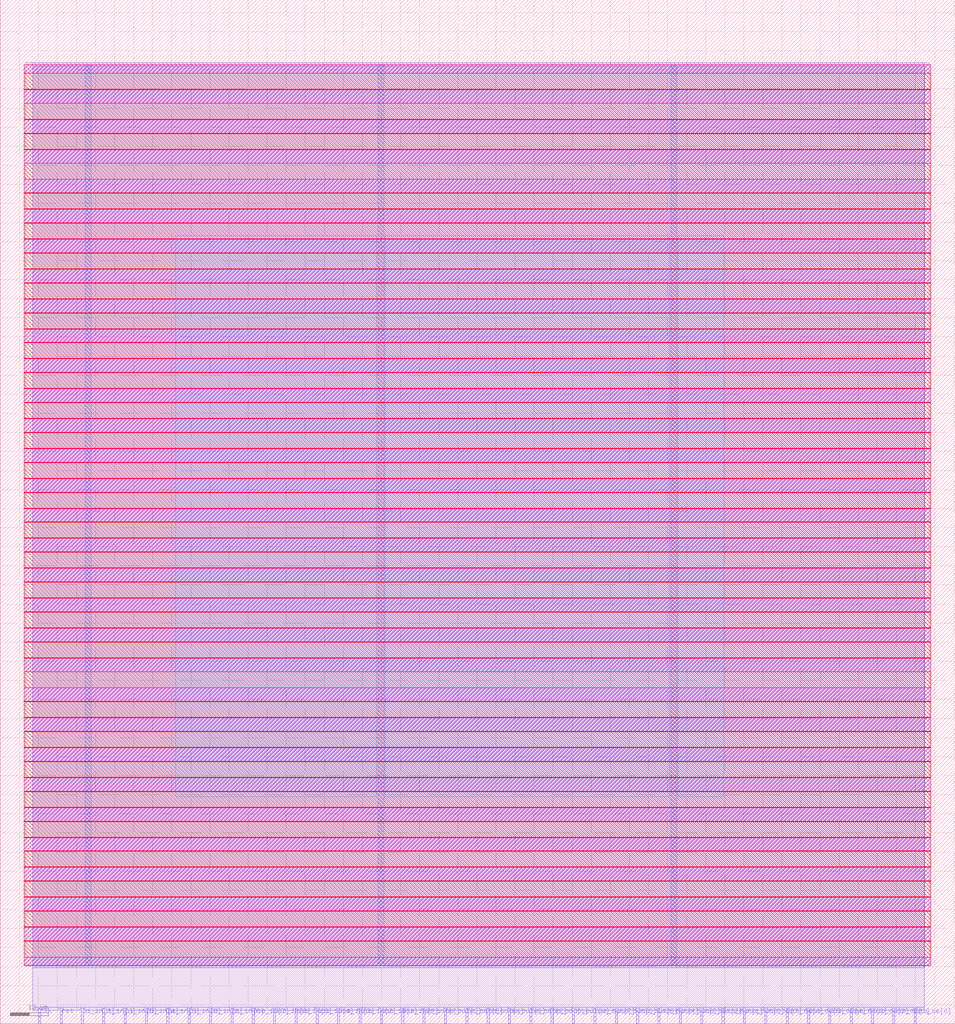
<source format=lef>
VERSION 5.7 ;
  NOWIREEXTENSIONATPIN ON ;
  DIVIDERCHAR "/" ;
  BUSBITCHARS "[]" ;
MACRO top_vga_spi_rom
  CLASS BLOCK ;
  FOREIGN top_vga_spi_rom ;
  ORIGIN 0.000 0.000 ;
  SIZE 250.435 BY 268.355 ;
  PIN clk
    DIRECTION INPUT ;
    USE SIGNAL ;
    ANTENNAGATEAREA 4.738000 ;
    ANTENNADIFFAREA 0.410400 ;
    PORT
      LAYER Metal2 ;
        RECT 10.080 0.000 10.640 4.000 ;
    END
  END clk
  PIN rst
    DIRECTION INPUT ;
    USE SIGNAL ;
    ANTENNAGATEAREA 0.741000 ;
    ANTENNADIFFAREA 0.410400 ;
    PORT
      LAYER Metal2 ;
        RECT 15.680 0.000 16.240 4.000 ;
    END
  END rst
  PIN ui_in[0]
    DIRECTION INPUT ;
    USE SIGNAL ;
    ANTENNAGATEAREA 0.396000 ;
    ANTENNADIFFAREA 0.410400 ;
    PORT
      LAYER Metal2 ;
        RECT 60.480 0.000 61.040 4.000 ;
    END
  END ui_in[0]
  PIN ui_in[1]
    DIRECTION INPUT ;
    USE SIGNAL ;
    ANTENNAGATEAREA 0.741000 ;
    ANTENNADIFFAREA 0.410400 ;
    PORT
      LAYER Metal2 ;
        RECT 54.880 0.000 55.440 4.000 ;
    END
  END ui_in[1]
  PIN ui_in[2]
    DIRECTION INPUT ;
    USE SIGNAL ;
    ANTENNAGATEAREA 0.498500 ;
    ANTENNADIFFAREA 0.410400 ;
    PORT
      LAYER Metal2 ;
        RECT 49.280 0.000 49.840 4.000 ;
    END
  END ui_in[2]
  PIN ui_in[3]
    DIRECTION INPUT ;
    USE SIGNAL ;
    PORT
      LAYER Metal2 ;
        RECT 43.680 0.000 44.240 4.000 ;
    END
  END ui_in[3]
  PIN ui_in[4]
    DIRECTION INPUT ;
    USE SIGNAL ;
    PORT
      LAYER Metal2 ;
        RECT 38.080 0.000 38.640 4.000 ;
    END
  END ui_in[4]
  PIN ui_in[5]
    DIRECTION INPUT ;
    USE SIGNAL ;
    ANTENNAGATEAREA 0.741000 ;
    ANTENNADIFFAREA 0.410400 ;
    PORT
      LAYER Metal2 ;
        RECT 32.480 0.000 33.040 4.000 ;
    END
  END ui_in[5]
  PIN ui_in[6]
    DIRECTION INPUT ;
    USE SIGNAL ;
    ANTENNAGATEAREA 0.741000 ;
    ANTENNADIFFAREA 0.410400 ;
    PORT
      LAYER Metal2 ;
        RECT 26.880 0.000 27.440 4.000 ;
    END
  END ui_in[6]
  PIN ui_in[7]
    DIRECTION INPUT ;
    USE SIGNAL ;
    ANTENNAGATEAREA 0.741000 ;
    ANTENNADIFFAREA 0.410400 ;
    PORT
      LAYER Metal2 ;
        RECT 21.280 0.000 21.840 4.000 ;
    END
  END ui_in[7]
  PIN uio_in[0]
    DIRECTION INPUT ;
    USE SIGNAL ;
    PORT
      LAYER Metal2 ;
        RECT 105.280 0.000 105.840 4.000 ;
    END
  END uio_in[0]
  PIN uio_in[1]
    DIRECTION INPUT ;
    USE SIGNAL ;
    ANTENNAGATEAREA 0.396000 ;
    ANTENNADIFFAREA 0.410400 ;
    PORT
      LAYER Metal2 ;
        RECT 99.680 0.000 100.240 4.000 ;
    END
  END uio_in[1]
  PIN uio_in[2]
    DIRECTION INPUT ;
    USE SIGNAL ;
    ANTENNAGATEAREA 0.396000 ;
    ANTENNADIFFAREA 0.410400 ;
    PORT
      LAYER Metal2 ;
        RECT 94.080 0.000 94.640 4.000 ;
    END
  END uio_in[2]
  PIN uio_in[3]
    DIRECTION INPUT ;
    USE SIGNAL ;
    PORT
      LAYER Metal2 ;
        RECT 88.480 0.000 89.040 4.000 ;
    END
  END uio_in[3]
  PIN uio_in[4]
    DIRECTION INPUT ;
    USE SIGNAL ;
    PORT
      LAYER Metal2 ;
        RECT 82.880 0.000 83.440 4.000 ;
    END
  END uio_in[4]
  PIN uio_in[5]
    DIRECTION INPUT ;
    USE SIGNAL ;
    PORT
      LAYER Metal2 ;
        RECT 77.280 0.000 77.840 4.000 ;
    END
  END uio_in[5]
  PIN uio_in[6]
    DIRECTION INPUT ;
    USE SIGNAL ;
    ANTENNAGATEAREA 0.396000 ;
    ANTENNADIFFAREA 0.410400 ;
    PORT
      LAYER Metal2 ;
        RECT 71.680 0.000 72.240 4.000 ;
    END
  END uio_in[6]
  PIN uio_in[7]
    DIRECTION INPUT ;
    USE SIGNAL ;
    ANTENNAGATEAREA 0.396000 ;
    ANTENNADIFFAREA 0.410400 ;
    PORT
      LAYER Metal2 ;
        RECT 66.080 0.000 66.640 4.000 ;
    END
  END uio_in[7]
  PIN uio_oe[0]
    DIRECTION OUTPUT TRISTATE ;
    USE SIGNAL ;
    ANTENNADIFFAREA 0.536800 ;
    PORT
      LAYER Metal2 ;
        RECT 239.680 0.000 240.240 4.000 ;
    END
  END uio_oe[0]
  PIN uio_oe[1]
    DIRECTION OUTPUT TRISTATE ;
    USE SIGNAL ;
    ANTENNADIFFAREA 4.731200 ;
    PORT
      LAYER Metal2 ;
        RECT 234.080 0.000 234.640 4.000 ;
    END
  END uio_oe[1]
  PIN uio_oe[2]
    DIRECTION OUTPUT TRISTATE ;
    USE SIGNAL ;
    ANTENNADIFFAREA 0.360800 ;
    PORT
      LAYER Metal2 ;
        RECT 228.480 0.000 229.040 4.000 ;
    END
  END uio_oe[2]
  PIN uio_oe[3]
    DIRECTION OUTPUT TRISTATE ;
    USE SIGNAL ;
    ANTENNADIFFAREA 0.536800 ;
    PORT
      LAYER Metal2 ;
        RECT 222.880 0.000 223.440 4.000 ;
    END
  END uio_oe[3]
  PIN uio_oe[4]
    DIRECTION OUTPUT TRISTATE ;
    USE SIGNAL ;
    ANTENNADIFFAREA 0.536800 ;
    PORT
      LAYER Metal2 ;
        RECT 217.280 0.000 217.840 4.000 ;
    END
  END uio_oe[4]
  PIN uio_oe[5]
    DIRECTION OUTPUT TRISTATE ;
    USE SIGNAL ;
    ANTENNADIFFAREA 4.731200 ;
    PORT
      LAYER Metal2 ;
        RECT 211.680 0.000 212.240 4.000 ;
    END
  END uio_oe[5]
  PIN uio_oe[6]
    DIRECTION OUTPUT TRISTATE ;
    USE SIGNAL ;
    ANTENNADIFFAREA 0.360800 ;
    PORT
      LAYER Metal2 ;
        RECT 206.080 0.000 206.640 4.000 ;
    END
  END uio_oe[6]
  PIN uio_oe[7]
    DIRECTION OUTPUT TRISTATE ;
    USE SIGNAL ;
    ANTENNADIFFAREA 0.360800 ;
    PORT
      LAYER Metal2 ;
        RECT 200.480 0.000 201.040 4.000 ;
    END
  END uio_oe[7]
  PIN uio_out[0]
    DIRECTION OUTPUT TRISTATE ;
    USE SIGNAL ;
    ANTENNADIFFAREA 4.731200 ;
    PORT
      LAYER Metal2 ;
        RECT 194.880 0.000 195.440 4.000 ;
    END
  END uio_out[0]
  PIN uio_out[1]
    DIRECTION OUTPUT TRISTATE ;
    USE SIGNAL ;
    ANTENNADIFFAREA 4.731200 ;
    PORT
      LAYER Metal2 ;
        RECT 189.280 0.000 189.840 4.000 ;
    END
  END uio_out[1]
  PIN uio_out[2]
    DIRECTION OUTPUT TRISTATE ;
    USE SIGNAL ;
    ANTENNADIFFAREA 0.360800 ;
    PORT
      LAYER Metal2 ;
        RECT 183.680 0.000 184.240 4.000 ;
    END
  END uio_out[2]
  PIN uio_out[3]
    DIRECTION OUTPUT TRISTATE ;
    USE SIGNAL ;
    ANTENNADIFFAREA 0.897600 ;
    PORT
      LAYER Metal2 ;
        RECT 178.080 0.000 178.640 4.000 ;
    END
  END uio_out[3]
  PIN uio_out[4]
    DIRECTION OUTPUT TRISTATE ;
    USE SIGNAL ;
    ANTENNADIFFAREA 4.731200 ;
    PORT
      LAYER Metal2 ;
        RECT 172.480 0.000 173.040 4.000 ;
    END
  END uio_out[4]
  PIN uio_out[5]
    DIRECTION OUTPUT TRISTATE ;
    USE SIGNAL ;
    ANTENNADIFFAREA 0.536800 ;
    PORT
      LAYER Metal2 ;
        RECT 166.880 0.000 167.440 4.000 ;
    END
  END uio_out[5]
  PIN uio_out[6]
    DIRECTION OUTPUT TRISTATE ;
    USE SIGNAL ;
    ANTENNADIFFAREA 0.360800 ;
    PORT
      LAYER Metal2 ;
        RECT 161.280 0.000 161.840 4.000 ;
    END
  END uio_out[6]
  PIN uio_out[7]
    DIRECTION OUTPUT TRISTATE ;
    USE SIGNAL ;
    ANTENNADIFFAREA 0.360800 ;
    PORT
      LAYER Metal2 ;
        RECT 155.680 0.000 156.240 4.000 ;
    END
  END uio_out[7]
  PIN uo_out[0]
    DIRECTION OUTPUT TRISTATE ;
    USE SIGNAL ;
    ANTENNADIFFAREA 4.731200 ;
    PORT
      LAYER Metal2 ;
        RECT 150.080 0.000 150.640 4.000 ;
    END
  END uo_out[0]
  PIN uo_out[1]
    DIRECTION OUTPUT TRISTATE ;
    USE SIGNAL ;
    ANTENNADIFFAREA 4.731200 ;
    PORT
      LAYER Metal2 ;
        RECT 144.480 0.000 145.040 4.000 ;
    END
  END uo_out[1]
  PIN uo_out[2]
    DIRECTION OUTPUT TRISTATE ;
    USE SIGNAL ;
    ANTENNADIFFAREA 4.731200 ;
    PORT
      LAYER Metal2 ;
        RECT 138.880 0.000 139.440 4.000 ;
    END
  END uo_out[2]
  PIN uo_out[3]
    DIRECTION OUTPUT TRISTATE ;
    USE SIGNAL ;
    ANTENNADIFFAREA 4.731200 ;
    PORT
      LAYER Metal2 ;
        RECT 133.280 0.000 133.840 4.000 ;
    END
  END uo_out[3]
  PIN uo_out[4]
    DIRECTION OUTPUT TRISTATE ;
    USE SIGNAL ;
    ANTENNADIFFAREA 4.731200 ;
    PORT
      LAYER Metal2 ;
        RECT 127.680 0.000 128.240 4.000 ;
    END
  END uo_out[4]
  PIN uo_out[5]
    DIRECTION OUTPUT TRISTATE ;
    USE SIGNAL ;
    ANTENNADIFFAREA 4.731200 ;
    PORT
      LAYER Metal2 ;
        RECT 122.080 0.000 122.640 4.000 ;
    END
  END uo_out[5]
  PIN uo_out[6]
    DIRECTION OUTPUT TRISTATE ;
    USE SIGNAL ;
    ANTENNADIFFAREA 4.731200 ;
    PORT
      LAYER Metal2 ;
        RECT 116.480 0.000 117.040 4.000 ;
    END
  END uo_out[6]
  PIN uo_out[7]
    DIRECTION OUTPUT TRISTATE ;
    USE SIGNAL ;
    ANTENNADIFFAREA 4.731200 ;
    PORT
      LAYER Metal2 ;
        RECT 110.880 0.000 111.440 4.000 ;
    END
  END uo_out[7]
  PIN vdd
    DIRECTION INOUT ;
    USE POWER ;
    PORT
      LAYER Metal4 ;
        RECT 22.240 15.380 23.840 251.180 ;
    END
    PORT
      LAYER Metal4 ;
        RECT 175.840 15.380 177.440 251.180 ;
    END
  END vdd
  PIN vss
    DIRECTION INOUT ;
    USE GROUND ;
    PORT
      LAYER Metal4 ;
        RECT 99.040 15.380 100.640 251.180 ;
    END
  END vss
  OBS
      LAYER Pwell ;
        RECT 6.290 249.120 244.030 251.310 ;
      LAYER Nwell ;
        RECT 6.290 244.925 244.030 249.120 ;
        RECT 6.290 244.800 78.385 244.925 ;
      LAYER Pwell ;
        RECT 6.290 241.280 244.030 244.800 ;
      LAYER Nwell ;
        RECT 6.290 237.085 244.030 241.280 ;
        RECT 6.290 236.960 55.985 237.085 ;
      LAYER Pwell ;
        RECT 6.290 233.440 244.030 236.960 ;
      LAYER Nwell ;
        RECT 6.290 233.315 72.785 233.440 ;
        RECT 6.290 229.245 244.030 233.315 ;
        RECT 6.290 229.120 47.585 229.245 ;
      LAYER Pwell ;
        RECT 6.290 225.600 244.030 229.120 ;
      LAYER Nwell ;
        RECT 6.290 225.475 141.105 225.600 ;
        RECT 6.290 221.405 244.030 225.475 ;
        RECT 6.290 221.280 43.665 221.405 ;
      LAYER Pwell ;
        RECT 6.290 217.760 244.030 221.280 ;
      LAYER Nwell ;
        RECT 6.290 217.635 29.665 217.760 ;
        RECT 6.290 213.565 244.030 217.635 ;
        RECT 6.290 213.440 83.425 213.565 ;
      LAYER Pwell ;
        RECT 6.290 209.920 244.030 213.440 ;
      LAYER Nwell ;
        RECT 6.290 209.795 103.025 209.920 ;
        RECT 6.290 205.725 244.030 209.795 ;
        RECT 6.290 205.600 53.745 205.725 ;
      LAYER Pwell ;
        RECT 6.290 202.080 244.030 205.600 ;
      LAYER Nwell ;
        RECT 6.290 201.955 19.025 202.080 ;
        RECT 6.290 197.885 244.030 201.955 ;
        RECT 6.290 197.760 90.705 197.885 ;
      LAYER Pwell ;
        RECT 6.290 194.240 244.030 197.760 ;
      LAYER Nwell ;
        RECT 6.290 194.115 15.105 194.240 ;
        RECT 6.290 190.045 244.030 194.115 ;
        RECT 6.290 189.920 60.905 190.045 ;
      LAYER Pwell ;
        RECT 6.290 186.400 244.030 189.920 ;
      LAYER Nwell ;
        RECT 6.290 186.275 15.105 186.400 ;
        RECT 6.290 182.205 244.030 186.275 ;
        RECT 6.290 182.080 83.985 182.205 ;
      LAYER Pwell ;
        RECT 6.290 178.560 244.030 182.080 ;
      LAYER Nwell ;
        RECT 6.290 178.435 34.145 178.560 ;
        RECT 6.290 174.365 244.030 178.435 ;
        RECT 6.290 174.240 15.105 174.365 ;
      LAYER Pwell ;
        RECT 6.290 170.720 244.030 174.240 ;
      LAYER Nwell ;
        RECT 6.290 170.595 75.585 170.720 ;
        RECT 6.290 166.525 244.030 170.595 ;
        RECT 6.290 166.400 36.385 166.525 ;
      LAYER Pwell ;
        RECT 6.290 162.880 244.030 166.400 ;
      LAYER Nwell ;
        RECT 6.290 162.755 15.105 162.880 ;
        RECT 6.290 158.685 244.030 162.755 ;
        RECT 6.290 158.560 82.305 158.685 ;
      LAYER Pwell ;
        RECT 6.290 155.040 244.030 158.560 ;
      LAYER Nwell ;
        RECT 6.290 154.915 35.825 155.040 ;
        RECT 6.290 150.845 244.030 154.915 ;
        RECT 6.290 150.720 15.105 150.845 ;
      LAYER Pwell ;
        RECT 6.290 147.200 244.030 150.720 ;
      LAYER Nwell ;
        RECT 6.290 147.075 216.145 147.200 ;
        RECT 6.290 143.005 244.030 147.075 ;
        RECT 6.290 142.880 15.665 143.005 ;
      LAYER Pwell ;
        RECT 6.290 139.360 244.030 142.880 ;
      LAYER Nwell ;
        RECT 6.290 139.235 36.385 139.360 ;
        RECT 6.290 135.165 244.030 139.235 ;
        RECT 6.290 135.040 29.620 135.165 ;
      LAYER Pwell ;
        RECT 6.290 131.520 244.030 135.040 ;
      LAYER Nwell ;
        RECT 6.290 131.395 15.105 131.520 ;
        RECT 6.290 127.325 244.030 131.395 ;
        RECT 6.290 127.200 45.315 127.325 ;
      LAYER Pwell ;
        RECT 6.290 123.680 244.030 127.200 ;
      LAYER Nwell ;
        RECT 6.290 123.555 16.225 123.680 ;
        RECT 6.290 119.485 244.030 123.555 ;
        RECT 6.290 119.360 57.045 119.485 ;
      LAYER Pwell ;
        RECT 6.290 115.840 244.030 119.360 ;
      LAYER Nwell ;
        RECT 6.290 115.715 15.105 115.840 ;
        RECT 6.290 111.645 244.030 115.715 ;
        RECT 6.290 111.520 39.745 111.645 ;
      LAYER Pwell ;
        RECT 6.290 108.000 244.030 111.520 ;
      LAYER Nwell ;
        RECT 6.290 107.875 15.665 108.000 ;
        RECT 6.290 103.805 244.030 107.875 ;
        RECT 6.290 103.680 69.360 103.805 ;
      LAYER Pwell ;
        RECT 6.290 100.160 244.030 103.680 ;
      LAYER Nwell ;
        RECT 6.290 100.035 36.385 100.160 ;
        RECT 6.290 95.965 244.030 100.035 ;
        RECT 6.290 95.840 15.105 95.965 ;
      LAYER Pwell ;
        RECT 6.290 92.320 244.030 95.840 ;
      LAYER Nwell ;
        RECT 6.290 92.195 90.625 92.320 ;
        RECT 6.290 88.125 244.030 92.195 ;
        RECT 6.290 88.000 146.635 88.125 ;
      LAYER Pwell ;
        RECT 6.290 84.480 244.030 88.000 ;
      LAYER Nwell ;
        RECT 6.290 84.355 15.105 84.480 ;
        RECT 6.290 80.285 244.030 84.355 ;
        RECT 6.290 80.160 195.825 80.285 ;
      LAYER Pwell ;
        RECT 6.290 76.640 244.030 80.160 ;
      LAYER Nwell ;
        RECT 6.290 76.515 61.985 76.640 ;
        RECT 6.290 72.445 244.030 76.515 ;
        RECT 6.290 72.320 15.105 72.445 ;
      LAYER Pwell ;
        RECT 6.290 68.800 244.030 72.320 ;
      LAYER Nwell ;
        RECT 6.290 68.675 24.065 68.800 ;
        RECT 6.290 64.605 244.030 68.675 ;
        RECT 6.290 64.480 199.400 64.605 ;
      LAYER Pwell ;
        RECT 6.290 60.960 244.030 64.480 ;
      LAYER Nwell ;
        RECT 6.290 60.835 15.105 60.960 ;
        RECT 6.290 56.765 244.030 60.835 ;
        RECT 6.290 56.640 46.465 56.765 ;
      LAYER Pwell ;
        RECT 6.290 53.120 244.030 56.640 ;
      LAYER Nwell ;
        RECT 6.290 52.995 15.105 53.120 ;
        RECT 6.290 48.925 244.030 52.995 ;
        RECT 6.290 48.800 124.705 48.925 ;
      LAYER Pwell ;
        RECT 6.290 45.280 244.030 48.800 ;
      LAYER Nwell ;
        RECT 6.290 45.155 100.155 45.280 ;
        RECT 6.290 41.085 244.030 45.155 ;
        RECT 6.290 40.960 15.105 41.085 ;
      LAYER Pwell ;
        RECT 6.290 37.440 244.030 40.960 ;
      LAYER Nwell ;
        RECT 6.290 37.315 126.515 37.440 ;
        RECT 6.290 33.245 244.030 37.315 ;
        RECT 6.290 33.120 163.345 33.245 ;
      LAYER Pwell ;
        RECT 6.290 29.600 244.030 33.120 ;
      LAYER Nwell ;
        RECT 6.290 29.475 15.105 29.600 ;
        RECT 6.290 25.405 244.030 29.475 ;
        RECT 6.290 25.280 47.985 25.405 ;
      LAYER Pwell ;
        RECT 6.290 21.760 244.030 25.280 ;
      LAYER Nwell ;
        RECT 6.290 21.635 15.665 21.760 ;
        RECT 6.290 17.440 244.030 21.635 ;
      LAYER Pwell ;
        RECT 6.290 15.250 244.030 17.440 ;
      LAYER Metal1 ;
        RECT 6.720 15.380 243.600 251.850 ;
      LAYER Metal2 ;
        RECT 8.540 4.300 242.340 251.910 ;
        RECT 8.540 3.500 9.780 4.300 ;
        RECT 10.940 3.500 15.380 4.300 ;
        RECT 16.540 3.500 20.980 4.300 ;
        RECT 22.140 3.500 26.580 4.300 ;
        RECT 27.740 3.500 32.180 4.300 ;
        RECT 33.340 3.500 37.780 4.300 ;
        RECT 38.940 3.500 43.380 4.300 ;
        RECT 44.540 3.500 48.980 4.300 ;
        RECT 50.140 3.500 54.580 4.300 ;
        RECT 55.740 3.500 60.180 4.300 ;
        RECT 61.340 3.500 65.780 4.300 ;
        RECT 66.940 3.500 71.380 4.300 ;
        RECT 72.540 3.500 76.980 4.300 ;
        RECT 78.140 3.500 82.580 4.300 ;
        RECT 83.740 3.500 88.180 4.300 ;
        RECT 89.340 3.500 93.780 4.300 ;
        RECT 94.940 3.500 99.380 4.300 ;
        RECT 100.540 3.500 104.980 4.300 ;
        RECT 106.140 3.500 110.580 4.300 ;
        RECT 111.740 3.500 116.180 4.300 ;
        RECT 117.340 3.500 121.780 4.300 ;
        RECT 122.940 3.500 127.380 4.300 ;
        RECT 128.540 3.500 132.980 4.300 ;
        RECT 134.140 3.500 138.580 4.300 ;
        RECT 139.740 3.500 144.180 4.300 ;
        RECT 145.340 3.500 149.780 4.300 ;
        RECT 150.940 3.500 155.380 4.300 ;
        RECT 156.540 3.500 160.980 4.300 ;
        RECT 162.140 3.500 166.580 4.300 ;
        RECT 167.740 3.500 172.180 4.300 ;
        RECT 173.340 3.500 177.780 4.300 ;
        RECT 178.940 3.500 183.380 4.300 ;
        RECT 184.540 3.500 188.980 4.300 ;
        RECT 190.140 3.500 194.580 4.300 ;
        RECT 195.740 3.500 200.180 4.300 ;
        RECT 201.340 3.500 205.780 4.300 ;
        RECT 206.940 3.500 211.380 4.300 ;
        RECT 212.540 3.500 216.980 4.300 ;
        RECT 218.140 3.500 222.580 4.300 ;
        RECT 223.740 3.500 228.180 4.300 ;
        RECT 229.340 3.500 233.780 4.300 ;
        RECT 234.940 3.500 239.380 4.300 ;
        RECT 240.540 3.500 242.340 4.300 ;
      LAYER Metal3 ;
        RECT 8.490 14.700 242.390 251.020 ;
      LAYER Metal4 ;
        RECT 46.060 59.450 98.740 206.550 ;
        RECT 100.940 59.450 175.540 206.550 ;
        RECT 177.740 59.450 189.700 206.550 ;
  END
END top_vga_spi_rom
END LIBRARY


</source>
